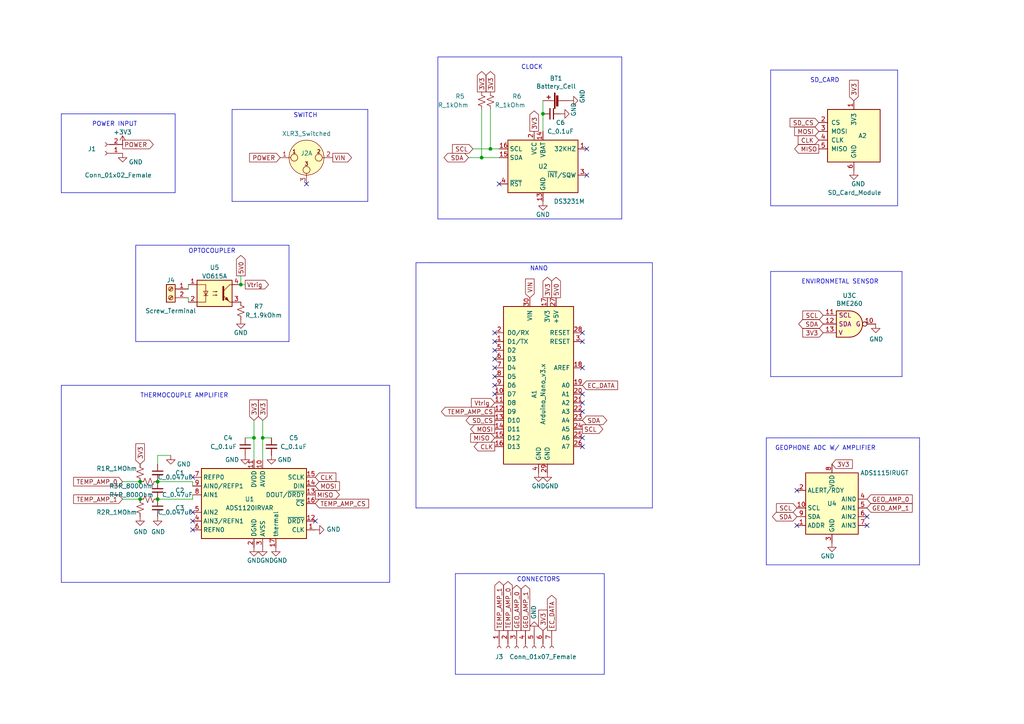
<source format=kicad_sch>
(kicad_sch (version 20230121) (generator eeschema)
  (paper "A4")
  (title_block (title "PENETROMETER BOARD") (date "2023-05-05") (company "ARTS LAB"))
  (lib_symbols
    (symbol "4xxx:4023" (pin_names (offset 1.016))
      (property "Reference" "U" (at 0 1.27 0))
      (property "Value" "4023" (at 0 -1.27 0))
      (symbol "4023_1_1"
        (arc (start 0 -3.81) (mid 3.7934 0) (end 0 3.81) (stroke (width 0.254)) (fill (type background)))
        (polyline (pts (xy 0 3.81) (xy -3.81 3.81) (xy -3.81 -3.81) (xy 0 -3.81)) (stroke (width 0.254)) (fill (type background)))
        (pin input line (at -7.62 2.54 0) (length 3.81) (name "~") (number "1"))
        (pin input line (at -7.62 0 0) (length 3.81) (name "~") (number "2"))
        (pin input line (at -7.62 -2.54 0) (length 3.81) (name "~") (number "8"))
        (pin output inverted (at 7.62 0 180) (length 3.81) (name "~") (number "9"))
      )
      (symbol "4023_1_2"
        (arc (start -3.81 -3.81) (mid -2.589 0) (end -3.81 3.81) (stroke (width 0.254)))
        (arc (start -0.6096 -3.81) (mid 2.1842 -2.5851) (end 3.81 0) (stroke (width 0.254)) (fill (type background)))
        (polyline (pts (xy -3.81 -3.81) (xy -0.635 -3.81)) (stroke (width 0.254)) (fill (type background)))
        (polyline (pts (xy -3.81 3.81) (xy -0.635 3.81)) (stroke (width 0.254)) (fill (type background)))
        (polyline (pts (xy -0.635 3.81) (xy -3.81 3.81) (xy -3.81 3.81) (xy -3.556 3.4036) (xy -3.0226 2.2606) (xy -2.6924 1.0414) (xy -2.6162 -0.254) (xy -2.7686 -1.4986) (xy -3.175 -2.7178) (xy -3.81 -3.81) (xy -3.81 -3.81) (xy -0.635 -3.81)) (stroke (width -25.4)) (fill (type background)))
        (arc (start 3.81 0) (mid 2.1915 2.5936) (end -0.6096 3.81) (stroke (width 0.254)) (fill (type background)))
        (pin input inverted (at -7.62 2.54 0) (length 4.318) (name "~") (number "1"))
        (pin input inverted (at -7.62 0 0) (length 4.953) (name "~") (number "2"))
        (pin input inverted (at -7.62 -2.54 0) (length 4.318) (name "~") (number "8"))
        (pin output line (at 7.62 0 180) (length 3.81) (name "~") (number "9"))
      )
      (symbol "4023_2_1"
        (arc (start 0 -3.81) (mid 3.7934 0) (end 0 3.81) (stroke (width 0.254)) (fill (type background)))
        (polyline (pts (xy 0 3.81) (xy -3.81 3.81) (xy -3.81 -3.81) (xy 0 -3.81)) (stroke (width 0.254)) (fill (type background)))
        (pin input line (at -7.62 2.54 0) (length 3.81) (name "~") (number "3"))
        (pin input line (at -7.62 0 0) (length 3.81) (name "~") (number "4"))
        (pin input line (at -7.62 -2.54 0) (length 3.81) (name "~") (number "5"))
        (pin output inverted (at 7.62 0 180) (length 3.81) (name "~") (number "6"))
      )
      (symbol "4023_2_2"
        (arc (start -3.81 -3.81) (mid -2.589 0) (end -3.81 3.81) (stroke (width 0.254)))
        (arc (start -0.6096 -3.81) (mid 2.1842 -2.5851) (end 3.81 0) (stroke (width 0.254)) (fill (type background)))
        (polyline (pts (xy -3.81 -3.81) (xy -0.635 -3.81)) (stroke (width 0.254)) (fill (type background)))
        (polyline (pts (xy -3.81 3.81) (xy -0.635 3.81)) (stroke (width 0.254)) (fill (type background)))
        (polyline (pts (xy -0.635 3.81) (xy -3.81 3.81) (xy -3.81 3.81) (xy -3.556 3.4036) (xy -3.0226 2.2606) (xy -2.6924 1.0414) (xy -2.6162 -0.254) (xy -2.7686 -1.4986) (xy -3.175 -2.7178) (xy -3.81 -3.81) (xy -3.81 -3.81) (xy -0.635 -3.81)) (stroke (width -25.4)) (fill (type background)))
        (arc (start 3.81 0) (mid 2.1915 2.5936) (end -0.6096 3.81) (stroke (width 0.254)) (fill (type background)))
        (pin input inverted (at -7.62 2.54 0) (length 4.318) (name "~") (number "3"))
        (pin input inverted (at -7.62 0 0) (length 4.953) (name "~") (number "4"))
        (pin input inverted (at -7.62 -2.54 0) (length 4.318) (name "~") (number "5"))
        (pin output line (at 7.62 0 180) (length 3.81) (name "~") (number "6"))
      )
      (symbol "4023_3_1"
        (arc (start 0 -3.81) (mid 3.7934 0) (end 0 3.81) (stroke (width 0.254)) (fill (type background)))
        (polyline (pts (xy 0 3.81) (xy -3.81 3.81) (xy -3.81 -3.81) (xy 0 -3.81)) (stroke (width 0.254)) (fill (type background)))
        (pin output inverted (at 7.62 0 180) (length 3.81) (name "~") (number "10"))
        (pin input line (at -7.62 2.54 0) (length 3.81) (name "~") (number "11"))
        (pin input line (at -7.62 0 0) (length 3.81) (name "~") (number "12"))
        (pin input line (at -7.62 -2.54 0) (length 3.81) (name "~") (number "13"))
      )
      (symbol "4023_3_2"
        (arc (start -3.81 -3.81) (mid -2.589 0) (end -3.81 3.81) (stroke (width 0.254)))
        (arc (start -0.6096 -3.81) (mid 2.1842 -2.5851) (end 3.81 0) (stroke (width 0.254)) (fill (type background)))
        (polyline (pts (xy -3.81 -3.81) (xy -0.635 -3.81)) (stroke (width 0.254)) (fill (type background)))
        (polyline (pts (xy -3.81 3.81) (xy -0.635 3.81)) (stroke (width 0.254)) (fill (type background)))
        (polyline (pts (xy -0.635 3.81) (xy -3.81 3.81) (xy -3.81 3.81) (xy -3.556 3.4036) (xy -3.0226 2.2606) (xy -2.6924 1.0414) (xy -2.6162 -0.254) (xy -2.7686 -1.4986) (xy -3.175 -2.7178) (xy -3.81 -3.81) (xy -3.81 -3.81) (xy -0.635 -3.81)) (stroke (width -25.4)) (fill (type background)))
        (arc (start 3.81 0) (mid 2.1915 2.5936) (end -0.6096 3.81) (stroke (width 0.254)) (fill (type background)))
        (pin output line (at 7.62 0 180) (length 3.81) (name "~") (number "10"))
        (pin input inverted (at -7.62 2.54 0) (length 4.318) (name "~") (number "11"))
        (pin input inverted (at -7.62 0 0) (length 4.953) (name "~") (number "12"))
        (pin input inverted (at -7.62 -2.54 0) (length 4.318) (name "~") (number "13"))
      )
      (symbol "4023_4_0"
        (pin power_in line (at 0 12.7 270) (length 5.08) (name "VDD") (number "14"))
        (pin power_in line (at 0 -12.7 90) (length 5.08) (name "VSS") (number "7"))
      )
      (symbol "4023_4_1"
        (rectangle (start -5.08 7.62) (end 5.08 -7.62) (stroke (width 0.254)) (fill (type background)))
      )
    )
    (symbol "Analog_ADC:ADS1115IDGS"
      (property "Reference" "U" (at 2.54 13.97 0))
      (property "Value" "ADS1115IDGS" (at 7.62 11.43 0))
      (symbol "ADS1115IDGS_0_1"
        (rectangle (start -7.62 10.16) (end 7.62 -7.62) (stroke (width 0.254)) (fill (type background)))
      )
      (symbol "ADS1115IDGS_1_1"
        (pin input line (at 10.16 -5.08 180) (length 2.54) (name "ADDR") (number "1"))
        (pin input line (at 10.16 0 180) (length 2.54) (name "SCL") (number "10"))
        (pin output line (at 10.16 5.08 180) (length 2.54) (name "ALERT/RDY") (number "2"))
        (pin power_in line (at 0 -10.16 90) (length 2.54) (name "GND") (number "3"))
        (pin input line (at -10.16 2.54 0) (length 2.54) (name "AIN0") (number "4"))
        (pin input line (at -10.16 0 0) (length 2.54) (name "AIN1") (number "5"))
        (pin input line (at -10.16 -2.54 0) (length 2.54) (name "AIN2") (number "6"))
        (pin input line (at -10.16 -5.08 0) (length 2.54) (name "AIN3") (number "7"))
        (pin power_in line (at 0 12.7 270) (length 2.54) (name "VDD") (number "8"))
        (pin bidirectional line (at 10.16 -2.54 180) (length 2.54) (name "SDA") (number "9"))
      )
    )
    (symbol "Analog_ADC:ADS1120-PW"
      (property "Reference" "U1" (at -1.27 1.27 0))
      (property "Value" "ADS1120-PW" (at -1.27 -1.27 0))
      (symbol "ADS1120-PW_0_1"
        (rectangle (start -15.24 10.16) (end 15.24 -10.16) (stroke (width 0.254)) (fill (type background)))
      )
      (symbol "ADS1120-PW_1_1"
        (pin input line (at 17.78 -7.62 180) (length 2.54) (name "CLK") (number "1"))
        (pin power_in line (at 2.54 12.7 270) (length 2.54) (name "AVDD") (number "10"))
        (pin power_in line (at 0 12.7 270) (length 2.54) (name "DVDD") (number "11"))
        (pin output line (at 17.78 -5.08 180) (length 2.54) (name "~{DRDY}") (number "12"))
        (pin output line (at 17.78 2.54 180) (length 2.54) (name "DOUT/~{DRDY}") (number "13"))
        (pin input line (at 17.78 5.08 180) (length 2.54) (name "DIN") (number "14"))
        (pin input line (at 17.78 7.62 180) (length 2.54) (name "SCLK") (number "15"))
        (pin input line (at 17.78 0 180) (length 2.54) (name "~{CS}") (number "16"))
        (pin power_in line (at 6.35 -12.7 90) (length 2.54) (name "thermal") (number "17"))
        (pin power_in line (at 0 -12.7 90) (length 2.54) (name "DGND") (number "2"))
        (pin power_in line (at 2.54 -12.7 90) (length 2.54) (name "AVSS") (number "3"))
        (pin input line (at -17.78 -5.08 0) (length 2.54) (name "AIN3/REFN1") (number "4"))
        (pin input line (at -17.78 -2.54 0) (length 2.54) (name "AIN2") (number "5"))
        (pin input line (at -17.78 -7.62 0) (length 2.54) (name "REFN0") (number "6"))
        (pin input line (at -17.78 7.62 0) (length 2.54) (name "REFP0") (number "7"))
        (pin input line (at -17.78 2.54 0) (length 2.54) (name "AIN1") (number "8"))
        (pin input line (at -17.78 5.08 0) (length 2.54) (name "AIN0/REFP1") (number "9"))
      )
    )
    (symbol "Connector:Conn_01x02_Female" (pin_names (offset 1.016) hide)
      (property "Reference" "J" (at 0 2.54 0))
      (property "Value" "Conn_01x02_Female" (at 0 -5.08 0))
      (symbol "Conn_01x02_Female_1_1"
        (arc (start 0 -2.032) (mid -0.5058 -2.54) (end 0 -3.048) (stroke (width 0.1524)))
        (polyline (pts (xy -1.27 -2.54) (xy -0.508 -2.54)) (stroke (width 0.1524)))
        (polyline (pts (xy -1.27 0) (xy -0.508 0)) (stroke (width 0.1524)))
        (arc (start 0 0.508) (mid -0.5058 0) (end 0 -0.508) (stroke (width 0.1524)))
        (pin passive line (at -5.08 0 0) (length 3.81) (name "Pin_1") (number "1"))
        (pin passive line (at -5.08 -2.54 0) (length 3.81) (name "Pin_2") (number "2"))
      )
    )
    (symbol "Connector:Conn_01x07_Female" (pin_names (offset 1.016) hide)
      (property "Reference" "J" (at 0 10.16 0))
      (property "Value" "Conn_01x07_Female" (at 0 -10.16 0))
      (symbol "Conn_01x07_Female_1_1"
        (arc (start 0 -7.112) (mid -0.5058 -7.62) (end 0 -8.128) (stroke (width 0.1524)))
        (arc (start 0 -4.572) (mid -0.5058 -5.08) (end 0 -5.588) (stroke (width 0.1524)))
        (arc (start 0 -2.032) (mid -0.5058 -2.54) (end 0 -3.048) (stroke (width 0.1524)))
        (polyline (pts (xy -1.27 -7.62) (xy -0.508 -7.62)) (stroke (width 0.1524)))
        (polyline (pts (xy -1.27 -5.08) (xy -0.508 -5.08)) (stroke (width 0.1524)))
        (polyline (pts (xy -1.27 -2.54) (xy -0.508 -2.54)) (stroke (width 0.1524)))
        (polyline (pts (xy -1.27 0) (xy -0.508 0)) (stroke (width 0.1524)))
        (polyline (pts (xy -1.27 2.54) (xy -0.508 2.54)) (stroke (width 0.1524)))
        (polyline (pts (xy -1.27 5.08) (xy -0.508 5.08)) (stroke (width 0.1524)))
        (polyline (pts (xy -1.27 7.62) (xy -0.508 7.62)) (stroke (width 0.1524)))
        (arc (start 0 0.508) (mid -0.5058 0) (end 0 -0.508) (stroke (width 0.1524)))
        (arc (start 0 3.048) (mid -0.5058 2.54) (end 0 2.032) (stroke (width 0.1524)))
        (arc (start 0 5.588) (mid -0.5058 5.08) (end 0 4.572) (stroke (width 0.1524)))
        (arc (start 0 8.128) (mid -0.5058 7.62) (end 0 7.112) (stroke (width 0.1524)))
        (pin passive line (at -5.08 7.62 0) (length 3.81) (name "Pin_1") (number "1"))
        (pin passive line (at -5.08 5.08 0) (length 3.81) (name "Pin_2") (number "2"))
        (pin passive line (at -5.08 2.54 0) (length 3.81) (name "Pin_3") (number "3"))
        (pin passive line (at -5.08 0 0) (length 3.81) (name "Pin_4") (number "4"))
        (pin passive line (at -5.08 -2.54 0) (length 3.81) (name "Pin_5") (number "5"))
        (pin passive line (at -5.08 -5.08 0) (length 3.81) (name "Pin_6") (number "6"))
        (pin passive line (at -5.08 -7.62 0) (length 3.81) (name "Pin_7") (number "7"))
      )
    )
    (symbol "Connector:Screw_Terminal_01x02" (pin_names (offset 1.016) hide)
      (property "Reference" "J" (at 0 2.54 0))
      (property "Value" "Screw_Terminal_01x02" (at 0 -5.08 0))
      (symbol "Screw_Terminal_01x02_1_1"
        (rectangle (start -1.27 1.27) (end 1.27 -3.81) (stroke (width 0.254)) (fill (type background)))
        (circle (center 0 -2.54) (radius 0.635) (stroke (width 0.1524)))
        (polyline (pts (xy -0.5334 -2.2098) (xy 0.3302 -3.048)) (stroke (width 0.1524)))
        (polyline (pts (xy -0.5334 0.3302) (xy 0.3302 -0.508)) (stroke (width 0.1524)))
        (polyline (pts (xy -0.3556 -2.032) (xy 0.508 -2.8702)) (stroke (width 0.1524)))
        (polyline (pts (xy -0.3556 0.508) (xy 0.508 -0.3302)) (stroke (width 0.1524)))
        (circle (center 0 0) (radius 0.635) (stroke (width 0.1524)))
        (pin passive line (at -5.08 0 0) (length 3.81) (name "Pin_1") (number "1"))
        (pin passive line (at -5.08 -2.54 0) (length 3.81) (name "Pin_2") (number "2"))
      )
    )
    (symbol "Connector:XLR3_Switched" (pin_names hide)
      (property "Reference" "J" (at 0 8.89 0))
      (property "Value" "XLR3_Switched" (at 0 6.35 0))
      (symbol "XLR3_Switched_1_1"
        (circle (center -3.556 0) (radius 1.016))
        (circle (center 0 -3.556) (radius 1.016))
        (polyline (pts (xy -5.08 0) (xy -4.572 0)))
        (polyline (pts (xy 0 -5.08) (xy 0 -4.572)))
        (polyline (pts (xy 5.08 0) (xy 4.572 0)))
        (circle (center 0 0) (radius 5.08) (fill (type background)))
        (circle (center 3.556 0) (radius 1.016))
        (text "1" (at -3.556 1.778 0) (effects (font (size 1.016 1.016) bold)))
        (text "2" (at 3.556 1.778 0) (effects (font (size 1.016 1.016) bold)))
        (text "3" (at 0 -1.778 0) (effects (font (size 1.016 1.016) bold)))
        (pin passive line (at -7.62 0 0) (length 2.54) (name "~") (number "1"))
        (pin passive line (at 7.62 0 180) (length 2.54) (name "~") (number "2"))
        (pin passive line (at 0 -7.62 90) (length 2.54) (name "~") (number "3"))
      )
      (symbol "XLR3_Switched_2_1"
        (rectangle (start -3.81 4.445) (end 3.81 -5.08) (stroke (width 0.254)) (fill (type background)))
        (circle (center -2.159 0) (radius 0.508) (stroke (width 0.254)))
        (polyline (pts (xy -5.08 0) (xy -2.794 0)))
        (polyline (pts (xy -1.651 0.127) (xy 2.54 1.905)) (stroke (width 0.254)))
        (polyline (pts (xy 5.08 -2.54) (xy 2.794 -2.54)))
        (polyline (pts (xy 5.08 2.54) (xy 2.794 2.54)))
        (circle (center 2.159 -2.54) (radius 0.508) (stroke (width 0.254)))
        (circle (center 2.159 2.54) (radius 0.508) (stroke (width 0.254)))
        (pin passive line (at -7.62 0 0) (length 2.54) (name "~") (number "N"))
        (pin passive line (at 7.62 2.54 180) (length 2.54) (name "~") (number "NC"))
        (pin passive line (at 7.62 -2.54 180) (length 2.54) (name "~") (number "NO"))
      )
    )
    (symbol "Device:Battery_Cell" (pin_numbers hide) (pin_names (offset 0) hide)
      (property "Reference" "BT" (at 2.54 2.54 0))
      (property "Value" "Battery_Cell" (at 2.54 0 0))
      (symbol "Battery_Cell_0_1"
        (rectangle (start -2.286 1.778) (end 2.286 1.524) (fill (type outline)))
        (rectangle (start -1.5748 1.1938) (end 1.4732 0.6858) (fill (type outline)))
        (polyline (pts (xy 0 0.762) (xy 0 0)))
        (polyline (pts (xy 0 1.778) (xy 0 2.54)))
        (polyline (pts (xy 0.508 3.429) (xy 1.524 3.429)) (stroke (width 0.254)))
        (polyline (pts (xy 1.016 3.937) (xy 1.016 2.921)) (stroke (width 0.254)))
      )
      (symbol "Battery_Cell_1_1"
        (pin passive line (at 0 5.08 270) (length 2.54) (name "+") (number "1"))
        (pin passive line (at 0 -2.54 90) (length 2.54) (name "-") (number "2"))
      )
    )
    (symbol "Device:C_Small" (pin_numbers hide) (pin_names (offset 0.254) hide)
      (property "Reference" "C" (at 0.254 1.778 0))
      (property "Value" "C_Small" (at 0.254 -2.032 0))
      (symbol "C_Small_0_1"
        (polyline (pts (xy -1.524 -0.508) (xy 1.524 -0.508)) (stroke (width 0.3302)))
        (polyline (pts (xy -1.524 0.508) (xy 1.524 0.508)) (stroke (width 0.3048)))
      )
      (symbol "C_Small_1_1"
        (pin passive line (at 0 2.54 270) (length 2.032) (name "~") (number "1"))
        (pin passive line (at 0 -2.54 90) (length 2.032) (name "~") (number "2"))
      )
    )
    (symbol "Device:R_Small_US" (pin_numbers hide) (pin_names (offset 0.254) hide)
      (property "Reference" "R" (at 0.762 0.508 0))
      (property "Value" "R_Small_US" (at 0.762 -1.016 0))
      (symbol "R_Small_US_1_1"
        (polyline (pts (xy 0 0) (xy 1.016 -0.381) (xy 0 -0.762) (xy -1.016 -1.143) (xy 0 -1.524)))
        (polyline (pts (xy 0 1.524) (xy 1.016 1.143) (xy 0 0.762) (xy -1.016 0.381) (xy 0 0)))
        (pin passive line (at 0 2.54 270) (length 1.016) (name "~") (number "1"))
        (pin passive line (at 0 -2.54 90) (length 1.016) (name "~") (number "2"))
      )
    )
    (symbol "Isolator:VO615A" (pin_names (offset 0.762))
      (property "Reference" "U" (at 0 7.62 0))
      (property "Value" "VO615A" (at 0 5.08 0))
      (symbol "VO615A_0_1"
        (rectangle (start -5.08 3.81) (end 5.08 -3.81) (stroke (width 0.254)) (fill (type background)))
        (polyline (pts (xy -3.175 -0.635) (xy -1.905 -0.635)))
        (polyline (pts (xy 2.54 0.635) (xy 4.445 2.54)))
        (polyline (pts (xy 4.445 -2.54) (xy 2.54 -0.635)) (fill (type outline)))
        (polyline (pts (xy 4.445 -2.54) (xy 5.08 -2.54)))
        (polyline (pts (xy 4.445 2.54) (xy 5.08 2.54)))
        (polyline (pts (xy 2.54 1.905) (xy 2.54 -1.905) (xy 2.54 -1.905)) (stroke (width 0.508)))
        (polyline (pts (xy -5.08 2.54) (xy -2.54 2.54) (xy -2.54 -2.54) (xy -5.08 -2.54)))
        (polyline (pts (xy -2.54 -0.635) (xy -3.175 0.635) (xy -1.905 0.635) (xy -2.54 -0.635)))
        (polyline (pts (xy -0.508 -0.508) (xy 0.762 -0.508) (xy 0.381 -0.635) (xy 0.381 -0.381) (xy 0.762 -0.508)))
        (polyline (pts (xy -0.508 0.508) (xy 0.762 0.508) (xy 0.381 0.381) (xy 0.381 0.635) (xy 0.762 0.508)))
        (polyline (pts (xy 3.048 -1.651) (xy 3.556 -1.143) (xy 4.064 -2.159) (xy 3.048 -1.651) (xy 3.048 -1.651)) (fill (type outline)))
      )
      (symbol "VO615A_1_1"
        (pin passive line (at -7.62 2.54 0) (length 2.54) (name "~") (number "1"))
        (pin passive line (at -7.62 -2.54 0) (length 2.54) (name "~") (number "2"))
        (pin passive line (at 7.62 -2.54 180) (length 2.54) (name "~") (number "3"))
        (pin passive line (at 7.62 2.54 180) (length 2.54) (name "~") (number "4"))
      )
    )
    (symbol "Timer_RTC:DS3231M"
      (property "Reference" "U" (at -7.62 8.89 0))
      (property "Value" "DS3231M" (at 10.16 8.89 0))
      (symbol "DS3231M_0_1"
        (rectangle (start -10.16 7.62) (end 10.16 -7.62) (stroke (width 0.254)) (fill (type background)))
      )
      (symbol "DS3231M_1_1"
        (pin open_collector line (at 12.7 5.08 180) (length 2.54) (name "32KHZ") (number "1"))
        (pin passive line (at 0 -10.16 90) (length 2.54) hide (name "GND") (number "10"))
        (pin passive line (at 0 -10.16 90) (length 2.54) hide (name "GND") (number "11"))
        (pin passive line (at 0 -10.16 90) (length 2.54) hide (name "GND") (number "12"))
        (pin power_in line (at 0 -10.16 90) (length 2.54) (name "GND") (number "13"))
        (pin power_in line (at 0 10.16 270) (length 2.54) (name "VBAT") (number "14"))
        (pin bidirectional line (at -12.7 2.54 0) (length 2.54) (name "SDA") (number "15"))
        (pin input line (at -12.7 5.08 0) (length 2.54) (name "SCL") (number "16"))
        (pin power_in line (at -2.54 10.16 270) (length 2.54) (name "VCC") (number "2"))
        (pin open_collector line (at 12.7 -2.54 180) (length 2.54) (name "~{INT}/SQW") (number "3"))
        (pin bidirectional line (at -12.7 -5.08 0) (length 2.54) (name "~{RST}") (number "4"))
        (pin passive line (at 0 -10.16 90) (length 2.54) hide (name "GND") (number "5"))
        (pin passive line (at 0 -10.16 90) (length 2.54) hide (name "GND") (number "6"))
        (pin passive line (at 0 -10.16 90) (length 2.54) hide (name "GND") (number "7"))
        (pin passive line (at 0 -10.16 90) (length 2.54) hide (name "GND") (number "8"))
        (pin passive line (at 0 -10.16 90) (length 2.54) hide (name "GND") (number "9"))
      )
    )
    (symbol "power:+3V3" (power) (pin_names (offset 0))
      (property "Value" "+3V3" (at 0 3.556 0))
      (symbol "+3V3_0_1"
        (polyline (pts (xy -0.762 1.27) (xy 0 2.54)))
        (polyline (pts (xy 0 0) (xy 0 2.54)))
        (polyline (pts (xy 0 2.54) (xy 0.762 1.27)))
      )
      (symbol "+3V3_1_1"
        (pin power_in line (at 0 0 90) (length 0) hide (name "+3V3") (number "1"))
      )
    )
    (symbol "power:GND" (power) (pin_names (offset 0))
      (property "Value" "GND" (at 0 -3.81 0))
      (symbol "GND_0_1"
        (polyline (pts (xy 0 0) (xy 0 -1.27) (xy 1.27 -1.27) (xy 0 -2.54) (xy -1.27 -1.27) (xy 0 -1.27)))
      )
      (symbol "GND_1_1"
        (pin power_in line (at 0 0 270) (length 0) hide (name "GND") (number "1"))
      )
    )
    (symbol "smart-penetrometer-update-rescue:Arduino_Nano_v3.x-MCU_Module-kitest-rescue-smart-penetrometer-rescue-smart-penetrometer-update-rescue" (pin_names (offset 1.016))
      (property "Reference" "A" (at -5.08 26.035 0))
      (property "Value" "Arduino_Nano_v3.x-MCU_Module-kitest-rescue-smart-penetrometer-rescue-smart-penetrometer-update-rescue" (at -5.08 24.13 0))
      (symbol "Arduino_Nano_v3.x-MCU_Module-kitest-rescue-smart-penetrometer-rescue-smart-penetrometer-update-rescue_0_1"
        (rectangle (start -10.16 22.86) (end 10.16 -22.86) (stroke (width 0.254)) (fill (type background)))
      )
      (symbol "Arduino_Nano_v3.x-MCU_Module-kitest-rescue-smart-penetrometer-rescue-smart-penetrometer-update-rescue_1_1"
        (pin bidirectional line (at -12.7 12.7 0) (length 2.54) (name "D1/TX") (number "1"))
        (pin bidirectional line (at -12.7 -2.54 0) (length 2.54) (name "D7") (number "10"))
        (pin bidirectional line (at -12.7 -5.08 0) (length 2.54) (name "D8") (number "11"))
        (pin bidirectional line (at -12.7 -7.62 0) (length 2.54) (name "D9") (number "12"))
        (pin bidirectional line (at -12.7 -10.16 0) (length 2.54) (name "D10") (number "13"))
        (pin bidirectional line (at -12.7 -12.7 0) (length 2.54) (name "D11") (number "14"))
        (pin bidirectional line (at -12.7 -15.24 0) (length 2.54) (name "D12") (number "15"))
        (pin bidirectional line (at -12.7 -17.78 0) (length 2.54) (name "D13") (number "16"))
        (pin power_out line (at 2.54 25.4 270) (length 2.54) (name "3V3") (number "17"))
        (pin input line (at 12.7 5.08 180) (length 2.54) (name "AREF") (number "18"))
        (pin bidirectional line (at 12.7 0 180) (length 2.54) (name "A0") (number "19"))
        (pin bidirectional line (at -12.7 15.24 0) (length 2.54) (name "D0/RX") (number "2"))
        (pin bidirectional line (at 12.7 -2.54 180) (length 2.54) (name "A1") (number "20"))
        (pin bidirectional line (at 12.7 -5.08 180) (length 2.54) (name "A2") (number "21"))
        (pin bidirectional line (at 12.7 -7.62 180) (length 2.54) (name "A3") (number "22"))
        (pin bidirectional line (at 12.7 -10.16 180) (length 2.54) (name "A4") (number "23"))
        (pin bidirectional line (at 12.7 -12.7 180) (length 2.54) (name "A5") (number "24"))
        (pin bidirectional line (at 12.7 -15.24 180) (length 2.54) (name "A6") (number "25"))
        (pin bidirectional line (at 12.7 -17.78 180) (length 2.54) (name "A7") (number "26"))
        (pin power_out line (at 5.08 25.4 270) (length 2.54) (name "+5V") (number "27"))
        (pin input line (at 12.7 15.24 180) (length 2.54) (name "RESET") (number "28"))
        (pin power_in line (at 2.54 -25.4 90) (length 2.54) (name "GND") (number "29"))
        (pin input line (at 12.7 12.7 180) (length 2.54) (name "RESET") (number "3"))
        (pin power_in line (at -2.54 25.4 270) (length 2.54) (name "VIN") (number "30"))
        (pin power_in line (at 0 -25.4 90) (length 2.54) (name "GND") (number "4"))
        (pin bidirectional line (at -12.7 10.16 0) (length 2.54) (name "D2") (number "5"))
        (pin bidirectional line (at -12.7 7.62 0) (length 2.54) (name "D3") (number "6"))
        (pin bidirectional line (at -12.7 5.08 0) (length 2.54) (name "D4") (number "7"))
        (pin bidirectional line (at -12.7 2.54 0) (length 2.54) (name "D5") (number "8"))
        (pin bidirectional line (at -12.7 0 0) (length 2.54) (name "D6") (number "9"))
      )
    )
    (symbol "smart-penetrometer-update-rescue:SD_Card_Module-Charleslabs_Parts-kitest-rescue-smart-penetrometer-rescue-smart-penetrometer-update-rescue" (pin_names (offset 1.016))
      (property "Reference" "A" (at -7.62 10.16 0))
      (property "Value" "SD_Card_Module-Charleslabs_Parts-kitest-rescue-smart-penetrometer-rescue-smart-penetrometer-update-rescue" (at 10.16 10.16 0))
      (symbol "SD_Card_Module-Charleslabs_Parts-kitest-rescue-smart-penetrometer-rescue-smart-penetrometer-update-rescue_0_1"
        (rectangle (start -7.62 7.62) (end 7.62 -7.62) (stroke (width 0.254)) (fill (type background)))
      )
      (symbol "SD_Card_Module-Charleslabs_Parts-kitest-rescue-smart-penetrometer-rescue-smart-penetrometer-update-rescue_1_1"
        (pin power_in line (at 0 10.16 270) (length 2.54) (name "3V3") (number "1"))
        (pin input line (at -10.16 3.81 0) (length 2.54) (name "CS") (number "2"))
        (pin input line (at -10.16 1.27 0) (length 2.54) (name "MOSI") (number "3"))
        (pin input line (at -10.16 -1.27 0) (length 2.54) (name "CLK") (number "4"))
        (pin tri_state line (at -10.16 -3.81 0) (length 2.54) (name "MISO") (number "5"))
        (pin power_in line (at 0 -10.16 90) (length 2.54) (name "GND") (number "6"))
      )
    )
  )
  (junction (at 40.64 144.78))
  (junction (at 73.66 127))
  (junction (at 142.24 43.18))
  (junction (at 40.64 139.7))
  (junction (at 45.72 144.78))
  (junction (at 157.48 33.02))
  (junction (at 69.85 82.55))
  (junction (at 45.72 139.7))
  (junction (at 76.2 127))
  (junction (at 139.7 45.72))
  (no_connect (at 231.14 142.24))
  (no_connect (at 251.46 149.86))
  (no_connect (at 55.88 138.43))
  (no_connect (at 91.44 151.13))
  (no_connect (at 231.14 152.4))
  (no_connect (at 143.51 111.76))
  (no_connect (at 88.9 53.34))
  (no_connect (at 55.88 153.67))
  (no_connect (at 168.91 99.06))
  (no_connect (at 251.46 152.4))
  (no_connect (at 168.91 129.54))
  (no_connect (at 143.51 106.68))
  (no_connect (at 168.91 116.84))
  (no_connect (at 143.51 114.3))
  (no_connect (at 168.91 106.68))
  (no_connect (at 143.51 109.22))
  (no_connect (at 168.91 119.38))
  (no_connect (at 143.51 101.6))
  (no_connect (at 144.78 53.34))
  (no_connect (at 143.51 99.06))
  (no_connect (at 55.88 151.13))
  (no_connect (at 55.88 148.59))
  (no_connect (at 143.51 96.52))
  (no_connect (at 170.18 43.18))
  (no_connect (at 168.91 127))
  (no_connect (at 170.18 50.8))
  (no_connect (at 143.51 104.14))
  (no_connect (at 168.91 96.52))
  (no_connect (at 168.91 114.3))
  (wire (pts (xy 45.72 134.62) (xy 45.72 132.08)))
  (wire (pts (xy 142.24 43.18) (xy 144.78 43.18)))
  (polyline (pts (xy 266.7 163.83) (xy 222.25 163.83)))
  (polyline (pts (xy 17.78 168.91) (xy 17.78 111.76)))
  (polyline (pts (xy 261.62 109.22) (xy 223.52 109.22)))
  (wire (pts (xy 139.7 45.72) (xy 144.78 45.72)))
  (wire (pts (xy 71.12 127) (xy 73.66 127)))
  (polyline (pts (xy 180.34 63.5) (xy 180.34 16.51)))
  (polyline (pts (xy 67.31 58.42) (xy 106.68 58.42)))
  (wire (pts (xy 73.66 133.35) (xy 73.66 127)))
  (wire (pts (xy 55.88 144.78) (xy 55.88 143.51)))
  (polyline (pts (xy 189.23 147.32) (xy 120.65 147.32)))
  (wire (pts (xy 157.48 33.02) (xy 157.48 38.1)))
  (polyline (pts (xy 120.65 147.32) (xy 120.65 76.2)))
  (polyline (pts (xy 222.25 127) (xy 266.7 127)))
  (wire (pts (xy 73.66 121.92) (xy 73.66 127)))
  (polyline (pts (xy 223.52 78.74) (xy 223.52 109.22)))
  (wire (pts (xy 76.2 133.35) (xy 76.2 127)))
  (polyline (pts (xy 261.62 78.74) (xy 261.62 109.22)))
  (polyline (pts (xy 39.37 99.06) (xy 83.82 99.06)))
  (wire (pts (xy 54.61 86.36) (xy 54.61 87.63)))
  (polyline (pts (xy 266.7 127) (xy 266.7 129.54)))
  (polyline (pts (xy 223.52 59.69) (xy 260.35 59.69)))
  (polyline (pts (xy 17.78 33.02) (xy 17.78 55.88)))
  (polyline (pts (xy 260.35 20.32) (xy 223.52 20.32)))
  (polyline (pts (xy 113.03 168.91) (xy 17.78 168.91)))
  (wire (pts (xy 45.72 144.78) (xy 55.88 144.78)))
  (polyline (pts (xy 39.37 71.12) (xy 83.82 71.12)))
  (polyline (pts (xy 175.26 166.37) (xy 175.26 195.58)))
  (wire (pts (xy 45.72 132.08) (xy 49.53 132.08)))
  (polyline (pts (xy 106.68 31.75) (xy 67.31 31.75)))
  (polyline (pts (xy 17.78 111.76) (xy 113.03 111.76)))
  (polyline (pts (xy 67.31 31.75) (xy 67.31 58.42)))
  (wire (pts (xy 45.72 139.7) (xy 55.88 139.7)))
  (polyline (pts (xy 50.8 33.02) (xy 17.78 33.02)))
  (polyline (pts (xy 83.82 99.06) (xy 83.82 71.12)))
  (wire (pts (xy 40.64 139.7) (xy 35.56 139.7)))
  (wire (pts (xy 55.88 139.7) (xy 55.88 140.97)))
  (wire (pts (xy 142.24 31.75) (xy 142.24 43.18)))
  (wire (pts (xy 69.85 82.55) (xy 71.12 82.55)))
  (polyline (pts (xy 189.23 76.2) (xy 189.23 147.32)))
  (polyline (pts (xy 50.8 55.88) (xy 50.8 33.02)))
  (wire (pts (xy 35.56 144.78) (xy 40.64 144.78)))
  (polyline (pts (xy 223.52 78.74) (xy 261.62 78.74)))
  (polyline (pts (xy 106.68 58.42) (xy 106.68 31.75)))
  (polyline (pts (xy 132.08 166.37) (xy 175.26 166.37)))
  (polyline (pts (xy 120.65 76.2) (xy 125.73 76.2)))
  (wire (pts (xy 137.16 43.18) (xy 142.24 43.18)))
  (polyline (pts (xy 223.52 20.32) (xy 223.52 59.69)))
  (wire (pts (xy 157.48 29.21) (xy 157.48 33.02)))
  (polyline (pts (xy 113.03 111.76) (xy 113.03 168.91)))
  (polyline (pts (xy 132.08 195.58) (xy 132.08 166.37)))
  (polyline (pts (xy 222.25 163.83) (xy 222.25 127)))
  (polyline (pts (xy 39.37 71.12) (xy 39.37 99.06)))
  (polyline (pts (xy 175.26 195.58) (xy 132.08 195.58)))
  (polyline (pts (xy 127 16.51) (xy 180.34 16.51)))
  (wire (pts (xy 76.2 121.92) (xy 76.2 127)))
  (polyline (pts (xy 124.46 76.2) (xy 189.23 76.2)))
  (polyline (pts (xy 127 16.51) (xy 127 63.5)))
  (wire (pts (xy 139.7 31.75) (xy 139.7 45.72)))
  (wire (pts (xy 135.89 45.72) (xy 139.7 45.72)))
  (wire (pts (xy 76.2 127) (xy 78.74 127)))
  (wire (pts (xy 69.85 80.01) (xy 69.85 82.55)))
  (polyline (pts (xy 17.78 55.88) (xy 50.8 55.88)))
  (polyline (pts (xy 260.35 59.69) (xy 260.35 20.32)))
  (polyline (pts (xy 127 63.5) (xy 180.34 63.5)))
  (polyline (pts (xy 266.7 129.54) (xy 266.7 163.83)))
  (wire (pts (xy 54.61 82.55) (xy 54.61 83.82)))
  (text "THERMOCOUPLE AMPLIFIER" (at 40.64 115.57 0) (effects (font (size 1.27 1.27)) (justify left bottom)))
  (text "POWER INPUT" (at 26.67 36.83 0) (effects (font (size 1.27 1.27)) (justify left bottom)))
  (text "NANO" (at 153.67 78.74 0) (effects (font (size 1.27 1.27)) (justify left bottom)))
  (text "SWITCH" (at 85.09 34.29 0) (effects (font (size 1.27 1.27)) (justify left bottom)))
  (text "CLOCK" (at 151.13 20.32 0) (effects (font (size 1.27 1.27)) (justify left bottom)))
  (text "CONNECTORS" (at 149.86 168.91 0) (effects (font (size 1.27 1.27)) (justify left bottom)))
  (text "SD_CARD" (at 234.95 24.13 0) (effects (font (size 1.27 1.27)) (justify left bottom)))
  (text "ENVIRONMETAL SENSOR" (at 232.41 82.55 0) (effects (font (size 1.27 1.27)) (justify left bottom)))
  (text "GEOPHONE ADC W/ AMPLIFIER" (at 224.79 130.81 0) (effects (font (size 1.27 1.27)) (justify left bottom)))
  (text "OPTOCOUPLER" (at 54.61 73.66 0) (effects (font (size 1.27 1.27)) (justify left bottom)))
  (global_label "SDA" (shape bidirectional) (at 231.14 149.86 180) (property "Intersheetrefs" "${INTERSHEET_REFS}" (effects hide)))
  (global_label "SDA" (shape bidirectional) (at 135.89 45.72 180) (property "Intersheetrefs" "${INTERSHEET_REFS}" (effects hide)))
  (global_label "SCL" (shape input) (at 137.16 43.18 180) (property "Intersheetrefs" "${INTERSHEET_REFS}" (effects hide)))
  (global_label "3V3" (shape input) (at 40.64 134.62 90) (property "Intersheetrefs" "${INTERSHEET_REFS}" (effects hide)))
  (global_label "MISO" (shape output) (at 91.44 143.51 0) (property "Intersheetrefs" "${INTERSHEET_REFS}" (effects hide)))
  (global_label "EC_DATA" (shape output) (at 160.02 182.88 90) (property "Intersheetrefs" "${INTERSHEET_REFS}" (effects hide)))
  (global_label "5V0" (shape output) (at 69.85 80.01 90) (property "Intersheetrefs" "${INTERSHEET_REFS}" (effects hide)))
  (global_label "TEMP_AMP_1" (shape input) (at 35.56 144.78 180) (property "Intersheetrefs" "${INTERSHEET_REFS}" (effects hide)))
  (global_label "MOSI" (shape input) (at 237.49 38.1 180) (property "Intersheetrefs" "${INTERSHEET_REFS}" (effects hide)))
  (global_label "SCL" (shape input) (at 238.76 91.44 180) (property "Intersheetrefs" "${INTERSHEET_REFS}" (effects hide)))
  (global_label "CLK" (shape input) (at 237.49 40.64 180) (property "Intersheetrefs" "${INTERSHEET_REFS}" (effects hide)))
  (global_label "SCL" (shape output) (at 168.91 124.46 0) (property "Intersheetrefs" "${INTERSHEET_REFS}" (effects hide)))
  (global_label "Vtrig" (shape output) (at 71.12 82.55 0) (property "Intersheetrefs" "${INTERSHEET_REFS}" (effects hide)))
  (global_label "TEMP_AMP_CS" (shape output) (at 143.51 119.38 180) (property "Intersheetrefs" "${INTERSHEET_REFS}" (effects hide)))
  (global_label "3V3" (shape input) (at 157.48 182.88 90) (property "Intersheetrefs" "${INTERSHEET_REFS}" (effects hide)))
  (global_label "EC_DATA" (shape input) (at 168.91 111.76 0) (property "Intersheetrefs" "${INTERSHEET_REFS}" (effects hide)))
  (global_label "CLK" (shape output) (at 143.51 129.54 180) (property "Intersheetrefs" "${INTERSHEET_REFS}" (effects hide)))
  (global_label "GEO_AMP_0" (shape output) (at 149.86 182.88 90) (property "Intersheetrefs" "${INTERSHEET_REFS}" (effects hide)))
  (global_label "GEO_AMP_1" (shape output) (at 152.4 182.88 90) (property "Intersheetrefs" "${INTERSHEET_REFS}" (effects hide)))
  (global_label "TEMP_AMP_0" (shape input) (at 35.56 139.7 180) (property "Intersheetrefs" "${INTERSHEET_REFS}" (effects hide)))
  (global_label "3V3" (shape output) (at 139.7 26.67 90) (property "Intersheetrefs" "${INTERSHEET_REFS}" (effects hide)))
  (global_label "CLK" (shape input) (at 91.44 138.43 0) (property "Intersheetrefs" "${INTERSHEET_REFS}" (effects hide)))
  (global_label "SD_CS" (shape input) (at 237.49 35.56 180) (property "Intersheetrefs" "${INTERSHEET_REFS}" (effects hide)))
  (global_label "3V3" (shape input) (at 238.76 96.52 180) (property "Intersheetrefs" "${INTERSHEET_REFS}" (effects hide)))
  (global_label "SDA" (shape bidirectional) (at 238.76 93.98 180) (property "Intersheetrefs" "${INTERSHEET_REFS}" (effects hide)))
  (global_label "GEO_AMP_0" (shape input) (at 251.46 144.78 0) (property "Intersheetrefs" "${INTERSHEET_REFS}" (effects hide)))
  (global_label "POWER" (shape input) (at 81.28 45.72 180) (property "Intersheetrefs" "${INTERSHEET_REFS}" (effects hide)))
  (global_label "SD_CS" (shape output) (at 143.51 121.92 180) (property "Intersheetrefs" "${INTERSHEET_REFS}" (effects hide)))
  (global_label "3V3" (shape output) (at 142.24 26.67 90) (property "Intersheetrefs" "${INTERSHEET_REFS}" (effects hide)))
  (global_label "SCL" (shape input) (at 231.14 147.32 180) (property "Intersheetrefs" "${INTERSHEET_REFS}" (effects hide)))
  (global_label "GEO_AMP_1" (shape input) (at 251.46 147.32 0) (property "Intersheetrefs" "${INTERSHEET_REFS}" (effects hide)))
  (global_label "Vtrig" (shape input) (at 143.51 116.84 180) (property "Intersheetrefs" "${INTERSHEET_REFS}" (effects hide)))
  (global_label "VIN" (shape output) (at 96.52 45.72 0) (property "Intersheetrefs" "${INTERSHEET_REFS}" (effects hide)))
  (global_label "TEMP_AMP_CS" (shape input) (at 91.44 146.05 0) (property "Intersheetrefs" "${INTERSHEET_REFS}" (effects hide)))
  (global_label "POWER" (shape output) (at 35.56 41.91 0) (property "Intersheetrefs" "${INTERSHEET_REFS}" (effects hide)))
  (global_label "3V3" (shape input) (at 247.65 29.21 90) (property "Intersheetrefs" "${INTERSHEET_REFS}" (effects hide)))
  (global_label "TEMP_AMP_0" (shape output) (at 147.32 182.88 90) (property "Intersheetrefs" "${INTERSHEET_REFS}" (effects hide)))
  (global_label "3V3" (shape output) (at 154.94 38.1 90) (property "Intersheetrefs" "${INTERSHEET_REFS}" (effects hide)))
  (global_label "5V0" (shape output) (at 161.29 86.36 90) (property "Intersheetrefs" "${INTERSHEET_REFS}" (effects hide)))
  (global_label "3V3" (shape output) (at 158.75 86.36 90) (property "Intersheetrefs" "${INTERSHEET_REFS}" (effects hide)))
  (global_label "3V3" (shape input) (at 73.66 121.92 90) (property "Intersheetrefs" "${INTERSHEET_REFS}" (effects hide)))
  (global_label "3V3" (shape input) (at 241.3 134.62 0) (property "Intersheetrefs" "${INTERSHEET_REFS}" (effects hide)))
  (global_label "MOSI" (shape input) (at 91.44 140.97 0) (property "Intersheetrefs" "${INTERSHEET_REFS}" (effects hide)))
  (global_label "MISO" (shape input) (at 143.51 127 180) (property "Intersheetrefs" "${INTERSHEET_REFS}" (effects hide)))
  (global_label "3V3" (shape input) (at 76.2 121.92 90) (property "Intersheetrefs" "${INTERSHEET_REFS}" (effects hide)))
  (global_label "MISO" (shape output) (at 237.49 43.18 180) (property "Intersheetrefs" "${INTERSHEET_REFS}" (effects hide)))
  (global_label "TEMP_AMP_1" (shape output) (at 144.78 182.88 90) (property "Intersheetrefs" "${INTERSHEET_REFS}" (effects hide)))
  (global_label "SDA" (shape bidirectional) (at 168.91 121.92 0) (property "Intersheetrefs" "${INTERSHEET_REFS}" (effects hide)))
  (global_label "MOSI" (shape output) (at 143.51 124.46 180) (property "Intersheetrefs" "${INTERSHEET_REFS}" (effects hide)))
  (global_label "VIN" (shape input) (at 153.67 86.36 90) (property "Intersheetrefs" "${INTERSHEET_REFS}" (effects hide)))
  (symbol (lib_id "power:GND") (at 91.44 153.67 90) (unit 1)
    (property "Reference" "#PWR010" (effects hide))
    (property "Value" "GND" (at 94.6912 153.543 90) (effects (justify right)))
  )
  (symbol (lib_id "power:GND") (at 69.85 92.71 0) (unit 1)
    (property "Reference" "#PWR020" (effects hide))
    (property "Value" "GND" (at 69.85 96.52 0))
  )
  (symbol (lib_id "Device:Battery_Cell") (at 162.56 29.21 90) (unit 1)
    (property "Reference" "BT1" (at 161.29 22.733 90))
    (property "Value" "Battery_Cell" (at 161.29 25.0444 90))
    (property "Footprint" "kitest:battery_holder_10mm" (effects hide))
  )
  (symbol (lib_id "Analog_ADC:ADS1115IDGS") (at 241.3 147.32 0) (mirror y) (unit 1)
    (property "Reference" "U4" (at 241.3 146.05 0))
    (property "Value" "ADS1115IRUGT" (at 256.54 137.16 0))
    (property "Footprint" "kitest:10X2QFN" (effects hide))
    (property "Datasheet" "http://www.ti.com/lit/ds/symlink/ads1113.pdf" (effects hide))
  )
  (symbol (lib_id "Device:R_Small_US") (at 69.85 90.17 0) (unit 1)
    (property "Reference" "R7" (at 73.66 88.9 0) (effects (justify left)))
    (property "Value" "R_1.9kOhm" (at 71.12 91.44 0) (effects (justify left)))
    (property "Footprint" "Resistor_SMD:R_1206_3216Metric" (effects hide))
  )
  (symbol (lib_id "power:+3V3") (at 35.56 41.91 0) (unit 1)
    (property "Reference" "#PWR01" (effects hide))
    (property "Value" "+3V3" (at 35.56 38.3342 0))
  )
  (symbol (lib_id "power:GND") (at 156.21 137.16 0) (unit 1)
    (property "Reference" "#PWR011" (effects hide))
    (property "Value" "GND" (at 156.21 140.97 0))
  )
  (symbol (lib_id "smart-penetrometer-update-rescue:SD_Card_Module-Charleslabs_Parts-kitest-rescue-smart-penetrometer-rescue-smart-penetrometer-update-rescue") (at 247.65 39.37 0) (unit 1)
    (property "Reference" "A2" (at 248.92 39.37 0) (effects (justify left)))
    (property "Value" "SD_Card_Module" (at 240.03 55.88 0) (effects (justify left)))
    (property "Footprint" "kitest:SD Module" (effects hide))
  )
  (symbol (lib_id "Isolator:VO615A") (at 62.23 85.09 0) (unit 1)
    (property "Reference" "U5" (at 62.23 77.5802 0))
    (property "Value" "VO615A" (at 62.23 80.1171 0))
    (property "Footprint" "footprints:Vishay_VOS615A" (effects hide))
    (property "Datasheet" "http://www.vishay.com/docs/81753/vo615a.pdf" (effects hide))
  )
  (symbol (lib_id "power:GND") (at 165.1 29.21 90) (unit 1)
    (property "Reference" "#PWR016" (effects hide))
    (property "Value" "GND" (at 168.91 27.94 0))
  )
  (symbol (lib_id "Timer_RTC:DS3231M") (at 157.48 48.26 0) (unit 1)
    (property "Reference" "U2" (at 157.48 48.26 0))
    (property "Value" "DS3231M" (at 165.1 58.42 0))
    (property "Footprint" "Package_SO:SOIC-16W_7.5x10.3mm_P1.27mm" (effects hide))
    (property "Datasheet" "http://datasheets.maximintegrated.com/en/ds/DS3231.pdf" (effects hide))
  )
  (symbol (lib_id "power:GND") (at 80.01 158.75 0) (unit 1)
    (property "Reference" "#PWR0101" (effects hide))
    (property "Value" "GND" (at 81.28 162.56 0))
  )
  (symbol (lib_id "power:GND") (at 49.53 132.08 0) (unit 1)
    (property "Reference" "#PWR05" (effects hide))
    (property "Value" "GND" (at 53.34 134.62 0))
  )
  (symbol (lib_id "Connector:Screw_Terminal_01x02") (at 49.53 83.82 0) (mirror y) (unit 1)
    (property "Reference" "J4" (at 49.53 81.28 0))
    (property "Value" "Screw_Terminal" (at 49.53 90.17 0))
    (property "Footprint" "TerminalBlock:TerminalBlock_bornier-2_P5.08mm" (effects hide))
  )
  (symbol (lib_id "Connector:Conn_01x07_Female") (at 152.4 187.96 90) (mirror x) (unit 1)
    (property "Reference" "J3" (at 144.78 190.5 90))
    (property "Value" "Conn_01x07_Female" (at 157.48 190.5 90))
    (property "Footprint" "Connector_PinSocket_2.54mm:PinSocket_1x07_P2.54mm_Horizontal" (effects hide))
  )
  (symbol (lib_id "Connector:Conn_01x02_Female") (at 30.48 44.45 180) (unit 1)
    (property "Reference" "J1" (at 26.67 43.18 0))
    (property "Value" "Conn_01x02_Female" (at 34.29 50.8 0))
    (property "Footprint" "Connector_PinSocket_2.54mm:PinSocket_1x02_P2.54mm_Horizontal" (effects hide))
  )
  (symbol (lib_id "power:GND") (at 71.12 132.08 0) (unit 1)
    (property "Reference" "#PWR06" (effects hide))
    (property "Value" "GND" (at 67.31 133.35 0))
  )
  (symbol (lib_id "Device:R_Small_US") (at 40.64 137.16 0) (unit 1)
    (property "Reference" "R1" (at 27.94 135.89 0) (effects (justify left)))
    (property "Value" "R_1MOhm" (at 30.48 135.89 0) (effects (justify left)))
    (property "Footprint" "Resistor_SMD:R_1206_3216Metric" (effects hide))
  )
  (symbol (lib_id "power:GND") (at 241.3 157.48 0) (mirror y) (unit 1)
    (property "Reference" "#PWR018" (effects hide))
    (property "Value" "GND" (at 240.03 161.29 0))
  )
  (symbol (lib_id "4xxx:4023") (at 246.38 93.98 0) (unit 3)
    (property "Reference" "U3" (at 246.38 85.725 0))
    (property "Value" "BME260" (at 246.38 88.0364 0))
    (property "Footprint" "kitest:TDS_module" (effects hide))
    (property "Datasheet" "http://www.intersil.com/content/dam/Intersil/documents/cd40/cd4011bms-12bms-23bms.pdf" (effects hide))
    (property "4" "G" (at 248.92 93.98 0))
    (property "2" "SCL" (at 245.11 91.44 0))
    (property "1" "SDA" (at 245.11 93.98 0))
    (property "3" "V" (at 243.84 96.52 0))
  )
  (symbol (lib_id "power:GND") (at 35.56 44.45 0) (unit 1)
    (property "Reference" "#PWR02" (effects hide))
    (property "Value" "GND" (at 39.37 46.99 0))
  )
  (symbol (lib_id "Device:C_Small") (at 71.12 129.54 0) (unit 1)
    (property "Reference" "C4" (at 64.77 127 0) (effects (justify left)))
    (property "Value" "C_0.1uF" (at 60.96 129.54 0) (effects (justify left)))
    (property "Footprint" "Capacitor_SMD:C_1206_3216Metric" (effects hide))
  )
  (symbol (lib_id "power:GND") (at 78.74 132.08 0) (unit 1)
    (property "Reference" "#PWR09" (effects hide))
    (property "Value" "GND" (at 82.55 133.35 0))
  )
  (symbol (lib_id "power:GND") (at 158.75 137.16 0) (unit 1)
    (property "Reference" "#PWR013" (effects hide))
    (property "Value" "GND" (at 160.02 140.97 0))
  )
  (symbol (lib_id "power:GND") (at 73.66 158.75 0) (unit 1)
    (property "Reference" "#PWR07" (effects hide))
    (property "Value" "GND" (at 73.66 162.56 0))
  )
  (symbol (lib_id "power:GND") (at 40.64 149.86 0) (unit 1)
    (property "Reference" "#PWR03" (effects hide))
    (property "Value" "GND" (at 40.767 154.2542 0))
  )
  (symbol (lib_id "Device:R_Small_US") (at 43.18 139.7 270) (unit 1)
    (property "Reference" "R3" (at 33.02 140.97 90))
    (property "Value" "R_800Ohm" (at 39.37 140.97 90))
    (property "Footprint" "Resistor_SMD:R_1206_3216Metric" (effects hide))
  )
  (symbol (lib_id "Device:R_Small_US") (at 40.64 147.32 0) (unit 1)
    (property "Reference" "R2" (at 27.94 148.59 0) (effects (justify left)))
    (property "Value" "R_1MOhm" (at 30.48 148.59 0) (effects (justify left)))
    (property "Footprint" "Resistor_SMD:R_1206_3216Metric" (effects hide))
  )
  (symbol (lib_id "smart-penetrometer-update-rescue:Arduino_Nano_v3.x-MCU_Module-kitest-rescue-smart-penetrometer-rescue-smart-penetrometer-update-rescue") (at 156.21 111.76 0) (unit 1)
    (property "Reference" "A1" (at 154.94 114.3 90))
    (property "Value" "Arduino_Nano_v3.x" (at 157.48 114.3 90))
    (property "Footprint" "Module:Arduino_Nano" (effects hide))
    (property "Datasheet" "http://www.mouser.com/pdfdocs/Gravitech_Arduino_Nano3_0.pdf" (effects hide))
  )
  (symbol (lib_id "power:GND") (at 76.2 158.75 0) (unit 1)
    (property "Reference" "#PWR08" (effects hide))
    (property "Value" "GND" (at 77.47 162.56 0))
  )
  (symbol (lib_id "Device:C_Small") (at 45.72 137.16 0) (unit 1)
    (property "Reference" "C1" (at 50.8 137.16 0) (effects (justify left)))
    (property "Value" "C_0.047uF" (at 45.72 138.43 0) (effects (justify left)))
    (property "Footprint" "Capacitor_SMD:C_1206_3216Metric" (effects hide))
  )
  (symbol (lib_id "power:GND") (at 154.94 182.88 180) (unit 1)
    (property "Reference" "#PWR014" (effects hide))
    (property "Value" "GND" (at 154.813 179.6288 90) (effects (justify right)))
  )
  (symbol (lib_id "Connector:XLR3_Switched") (at 88.9 45.72 0) (unit 1)
    (property "Reference" "J2" (at 88.9 44.45 0))
    (property "Value" "XLR3_Switched" (at 88.9 38.7604 0))
    (property "Footprint" "kitest:grounded_switch" (effects hide))
    (property "Datasheet" " ~" (effects hide))
  )
  (symbol (lib_id "Device:C_Small") (at 45.72 147.32 0) (unit 1)
    (property "Reference" "C3" (at 50.8 147.32 0) (effects (justify left)))
    (property "Value" "C_0.047uF" (at 45.72 148.59 0) (effects (justify left)))
    (property "Footprint" "Capacitor_SMD:C_1206_3216Metric" (effects hide))
  )
  (symbol (lib_id "power:GND") (at 254 93.98 0) (unit 1)
    (property "Reference" "#PWR019" (effects hide))
    (property "Value" "GND" (at 254.127 98.3742 0))
  )
  (symbol (lib_id "power:GND") (at 157.48 58.42 0) (unit 1)
    (property "Reference" "#PWR012" (effects hide))
    (property "Value" "GND" (at 157.48 62.23 0))
  )
  (symbol (lib_id "Device:R_Small_US") (at 43.18 144.78 270) (unit 1)
    (property "Reference" "R4" (at 33.02 143.51 90))
    (property "Value" "R_800Ohm" (at 39.37 143.51 90))
    (property "Footprint" "Resistor_SMD:R_1206_3216Metric" (effects hide))
  )
  (symbol (lib_id "Device:R_Small_US") (at 139.7 29.21 0) (unit 1)
    (property "Reference" "R5" (at 132.08 27.94 0) (effects (justify left)))
    (property "Value" "R_1kOhm" (at 127 30.48 0) (effects (justify left)))
    (property "Footprint" "Resistor_SMD:R_1206_3216Metric" (effects hide))
  )
  (symbol (lib_id "Device:C_Small") (at 78.74 129.54 0) (unit 1)
    (property "Reference" "C5" (at 83.82 127 0) (effects (justify left)))
    (property "Value" "C_0.1uF" (at 81.28 129.54 0) (effects (justify left)))
    (property "Footprint" "Capacitor_SMD:C_1206_3216Metric" (effects hide))
  )
  (symbol (lib_id "Device:C_Small") (at 160.02 33.02 270) (unit 1)
    (property "Reference" "C6" (at 162.56 35.56 90))
    (property "Value" "C_0.1uF" (at 162.56 38.1 90))
    (property "Footprint" "Capacitor_SMD:C_1206_3216Metric" (effects hide))
  )
  (symbol (lib_id "Analog_ADC:ADS1120-PW") (at 73.66 146.05 0) (unit 1)
    (property "Reference" "U1" (at 72.39 144.78 0))
    (property "Value" "ADS1120IRVAR" (at 72.39 147.32 0))
    (property "Footprint" "Package_DFN_QFN:VQFN-16-1EP_3x3mm_P0.5mm_EP1.45x1.45mm_ThermalVias" (effects hide))
    (property "Datasheet" "http://www.ti.com/lit/ds/symlink/ads1120.pdf" (effects hide))
  )
  (symbol (lib_id "power:GND") (at 247.65 49.53 0) (unit 1)
    (property "Reference" "#PWR017" (effects hide))
    (property "Value" "GND" (at 248.92 53.34 0))
  )
  (symbol (lib_id "power:GND") (at 162.56 33.02 90) (unit 1)
    (property "Reference" "#PWR015" (effects hide))
    (property "Value" "GND" (at 166.37 31.75 0))
  )
  (symbol (lib_id "Device:R_Small_US") (at 142.24 29.21 0) (unit 1)
    (property "Reference" "R6" (at 148.59 27.94 0) (effects (justify left)))
    (property "Value" "R_1kOhm" (at 143.51 30.48 0) (effects (justify left)))
    (property "Footprint" "Resistor_SMD:R_1206_3216Metric" (effects hide))
  )
  (symbol (lib_id "power:GND") (at 45.72 149.86 0) (unit 1)
    (property "Reference" "#PWR04" (effects hide))
    (property "Value" "GND" (at 45.847 154.2542 0))
  )
  (symbol (lib_id "Device:C_Small") (at 45.72 142.24 0) (unit 1)
    (property "Reference" "C2" (at 50.8 142.24 0) (effects (justify left)))
    (property "Value" "C_0.47uF" (at 46.99 143.51 0) (effects (justify left)))
    (property "Footprint" "Capacitor_SMD:C_1206_3216Metric" (effects hide))
  )
)
</source>
